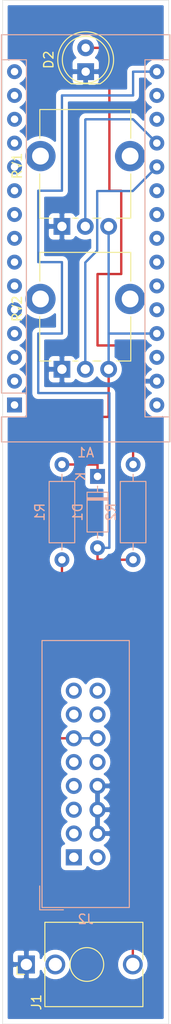
<source format=kicad_pcb>
(kicad_pcb (version 20171130) (host pcbnew "(5.1.2)-2")

  (general
    (thickness 1.6)
    (drawings 4)
    (tracks 49)
    (zones 0)
    (modules 9)
    (nets 43)
  )

  (page A4)
  (layers
    (0 F.Cu signal)
    (31 B.Cu signal)
    (32 B.Adhes user)
    (33 F.Adhes user)
    (34 B.Paste user)
    (35 F.Paste user)
    (36 B.SilkS user)
    (37 F.SilkS user)
    (38 B.Mask user)
    (39 F.Mask user)
    (40 Dwgs.User user)
    (41 Cmts.User user)
    (42 Eco1.User user)
    (43 Eco2.User user)
    (44 Edge.Cuts user)
    (45 Margin user)
    (46 B.CrtYd user)
    (47 F.CrtYd user)
    (48 B.Fab user)
    (49 F.Fab user)
  )

  (setup
    (last_trace_width 0.25)
    (trace_clearance 0.2)
    (zone_clearance 0.508)
    (zone_45_only no)
    (trace_min 0.2)
    (via_size 0.8)
    (via_drill 0.4)
    (via_min_size 0.4)
    (via_min_drill 0.3)
    (uvia_size 0.3)
    (uvia_drill 0.1)
    (uvias_allowed no)
    (uvia_min_size 0.2)
    (uvia_min_drill 0.1)
    (edge_width 0.05)
    (segment_width 0.2)
    (pcb_text_width 0.3)
    (pcb_text_size 1.5 1.5)
    (mod_edge_width 0.12)
    (mod_text_size 1 1)
    (mod_text_width 0.15)
    (pad_size 1.524 1.524)
    (pad_drill 0.762)
    (pad_to_mask_clearance 0.051)
    (solder_mask_min_width 0.25)
    (aux_axis_origin 0 0)
    (visible_elements 7FFFFFFF)
    (pcbplotparams
      (layerselection 0x010f0_ffffffff)
      (usegerberextensions true)
      (usegerberattributes false)
      (usegerberadvancedattributes false)
      (creategerberjobfile false)
      (excludeedgelayer true)
      (linewidth 0.100000)
      (plotframeref false)
      (viasonmask false)
      (mode 1)
      (useauxorigin false)
      (hpglpennumber 1)
      (hpglpenspeed 20)
      (hpglpendiameter 15.000000)
      (psnegative false)
      (psa4output false)
      (plotreference true)
      (plotvalue true)
      (plotinvisibletext false)
      (padsonsilk false)
      (subtractmaskfromsilk false)
      (outputformat 1)
      (mirror false)
      (drillshape 0)
      (scaleselection 1)
      (outputdirectory ""))
  )

  (net 0 "")
  (net 1 "Net-(A1-Pad16)")
  (net 2 "Net-(A1-Pad15)")
  (net 3 "Net-(A1-Pad30)")
  (net 4 "Net-(A1-Pad14)")
  (net 5 GND)
  (net 6 "Net-(A1-Pad13)")
  (net 7 "Net-(A1-Pad28)")
  (net 8 "Net-(A1-Pad12)")
  (net 9 +5V)
  (net 10 "Net-(A1-Pad11)")
  (net 11 "Net-(A1-Pad26)")
  (net 12 "Net-(A1-Pad10)")
  (net 13 "Net-(A1-Pad25)")
  (net 14 "Net-(A1-Pad9)")
  (net 15 "Net-(A1-Pad24)")
  (net 16 "Net-(A1-Pad8)")
  (net 17 "Net-(A1-Pad23)")
  (net 18 "Net-(A1-Pad7)")
  (net 19 "Net-(A1-Pad22)")
  (net 20 "Net-(A1-Pad6)")
  (net 21 "Net-(A1-Pad21)")
  (net 22 "Net-(A1-Pad5)")
  (net 23 "Net-(A1-Pad20)")
  (net 24 "Net-(A1-Pad4)")
  (net 25 "Net-(A1-Pad19)")
  (net 26 "Net-(A1-Pad3)")
  (net 27 "Net-(A1-Pad18)")
  (net 28 "Net-(A1-Pad2)")
  (net 29 "Net-(A1-Pad17)")
  (net 30 "Net-(A1-Pad1)")
  (net 31 "Net-(D1-Pad1)")
  (net 32 "Net-(D2-Pad2)")
  (net 33 "Net-(J1-PadT)")
  (net 34 "Net-(J2-Pad16)")
  (net 35 "Net-(J2-Pad15)")
  (net 36 "Net-(J2-Pad14)")
  (net 37 "Net-(J2-Pad13)")
  (net 38 "Net-(J2-Pad10)")
  (net 39 "Net-(J2-Pad9)")
  (net 40 "Net-(J2-Pad3)")
  (net 41 "Net-(J2-Pad2)")
  (net 42 "Net-(J2-Pad1)")

  (net_class Default "This is the default net class."
    (clearance 0.2)
    (trace_width 0.25)
    (via_dia 0.8)
    (via_drill 0.4)
    (uvia_dia 0.3)
    (uvia_drill 0.1)
    (add_net +5V)
    (add_net GND)
    (add_net "Net-(A1-Pad1)")
    (add_net "Net-(A1-Pad10)")
    (add_net "Net-(A1-Pad11)")
    (add_net "Net-(A1-Pad12)")
    (add_net "Net-(A1-Pad13)")
    (add_net "Net-(A1-Pad14)")
    (add_net "Net-(A1-Pad15)")
    (add_net "Net-(A1-Pad16)")
    (add_net "Net-(A1-Pad17)")
    (add_net "Net-(A1-Pad18)")
    (add_net "Net-(A1-Pad19)")
    (add_net "Net-(A1-Pad2)")
    (add_net "Net-(A1-Pad20)")
    (add_net "Net-(A1-Pad21)")
    (add_net "Net-(A1-Pad22)")
    (add_net "Net-(A1-Pad23)")
    (add_net "Net-(A1-Pad24)")
    (add_net "Net-(A1-Pad25)")
    (add_net "Net-(A1-Pad26)")
    (add_net "Net-(A1-Pad28)")
    (add_net "Net-(A1-Pad3)")
    (add_net "Net-(A1-Pad30)")
    (add_net "Net-(A1-Pad4)")
    (add_net "Net-(A1-Pad5)")
    (add_net "Net-(A1-Pad6)")
    (add_net "Net-(A1-Pad7)")
    (add_net "Net-(A1-Pad8)")
    (add_net "Net-(A1-Pad9)")
    (add_net "Net-(D1-Pad1)")
    (add_net "Net-(D2-Pad2)")
    (add_net "Net-(J1-PadT)")
    (add_net "Net-(J2-Pad1)")
    (add_net "Net-(J2-Pad10)")
    (add_net "Net-(J2-Pad13)")
    (add_net "Net-(J2-Pad14)")
    (add_net "Net-(J2-Pad15)")
    (add_net "Net-(J2-Pad16)")
    (add_net "Net-(J2-Pad2)")
    (add_net "Net-(J2-Pad3)")
    (add_net "Net-(J2-Pad9)")
  )

  (module Connector_IDC:IDC-Header_2x08_P2.54mm_Vertical (layer B.Cu) (tedit 59DE0341) (tstamp 5D1F7094)
    (at 45.72 116.84)
    (descr "Through hole straight IDC box header, 2x08, 2.54mm pitch, double rows")
    (tags "Through hole IDC box header THT 2x08 2.54mm double row")
    (path /5D1F4B63)
    (fp_text reference J2 (at 1.27 6.604) (layer B.SilkS)
      (effects (font (size 1 1) (thickness 0.15)) (justify mirror))
    )
    (fp_text value Conn_02x08_Odd_Even (at 1.27 -24.384) (layer B.Fab)
      (effects (font (size 1 1) (thickness 0.15)) (justify mirror))
    )
    (fp_line (start -3.655 5.6) (end -1.115 5.6) (layer B.SilkS) (width 0.12))
    (fp_line (start -3.655 5.6) (end -3.655 3.06) (layer B.SilkS) (width 0.12))
    (fp_line (start -3.405 5.35) (end 5.945 5.35) (layer B.SilkS) (width 0.12))
    (fp_line (start -3.405 -23.13) (end -3.405 5.35) (layer B.SilkS) (width 0.12))
    (fp_line (start 5.945 -23.13) (end -3.405 -23.13) (layer B.SilkS) (width 0.12))
    (fp_line (start 5.945 5.35) (end 5.945 -23.13) (layer B.SilkS) (width 0.12))
    (fp_line (start -3.41 5.35) (end 5.95 5.35) (layer B.CrtYd) (width 0.05))
    (fp_line (start -3.41 -23.13) (end -3.41 5.35) (layer B.CrtYd) (width 0.05))
    (fp_line (start 5.95 -23.13) (end -3.41 -23.13) (layer B.CrtYd) (width 0.05))
    (fp_line (start 5.95 5.35) (end 5.95 -23.13) (layer B.CrtYd) (width 0.05))
    (fp_line (start -3.155 -22.88) (end -2.605 -22.32) (layer B.Fab) (width 0.1))
    (fp_line (start -3.155 5.1) (end -2.605 4.56) (layer B.Fab) (width 0.1))
    (fp_line (start 5.695 -22.88) (end 5.145 -22.32) (layer B.Fab) (width 0.1))
    (fp_line (start 5.695 5.1) (end 5.145 4.56) (layer B.Fab) (width 0.1))
    (fp_line (start 5.145 -22.32) (end -2.605 -22.32) (layer B.Fab) (width 0.1))
    (fp_line (start 5.695 -22.88) (end -3.155 -22.88) (layer B.Fab) (width 0.1))
    (fp_line (start 5.145 4.56) (end -2.605 4.56) (layer B.Fab) (width 0.1))
    (fp_line (start 5.695 5.1) (end -3.155 5.1) (layer B.Fab) (width 0.1))
    (fp_line (start -2.605 -11.14) (end -3.155 -11.14) (layer B.Fab) (width 0.1))
    (fp_line (start -2.605 -6.64) (end -3.155 -6.64) (layer B.Fab) (width 0.1))
    (fp_line (start -2.605 -11.14) (end -2.605 -22.32) (layer B.Fab) (width 0.1))
    (fp_line (start -2.605 4.56) (end -2.605 -6.64) (layer B.Fab) (width 0.1))
    (fp_line (start -3.155 5.1) (end -3.155 -22.88) (layer B.Fab) (width 0.1))
    (fp_line (start 5.145 4.56) (end 5.145 -22.32) (layer B.Fab) (width 0.1))
    (fp_line (start 5.695 5.1) (end 5.695 -22.88) (layer B.Fab) (width 0.1))
    (fp_text user %R (at 1.27 -8.89) (layer B.Fab)
      (effects (font (size 1 1) (thickness 0.15)) (justify mirror))
    )
    (pad 16 thru_hole oval (at 2.54 -17.78) (size 1.7272 1.7272) (drill 1.016) (layers *.Cu *.Mask)
      (net 34 "Net-(J2-Pad16)"))
    (pad 15 thru_hole oval (at 0 -17.78) (size 1.7272 1.7272) (drill 1.016) (layers *.Cu *.Mask)
      (net 35 "Net-(J2-Pad15)"))
    (pad 14 thru_hole oval (at 2.54 -15.24) (size 1.7272 1.7272) (drill 1.016) (layers *.Cu *.Mask)
      (net 36 "Net-(J2-Pad14)"))
    (pad 13 thru_hole oval (at 0 -15.24) (size 1.7272 1.7272) (drill 1.016) (layers *.Cu *.Mask)
      (net 37 "Net-(J2-Pad13)"))
    (pad 12 thru_hole oval (at 2.54 -12.7) (size 1.7272 1.7272) (drill 1.016) (layers *.Cu *.Mask)
      (net 9 +5V))
    (pad 11 thru_hole oval (at 0 -12.7) (size 1.7272 1.7272) (drill 1.016) (layers *.Cu *.Mask)
      (net 9 +5V))
    (pad 10 thru_hole oval (at 2.54 -10.16) (size 1.7272 1.7272) (drill 1.016) (layers *.Cu *.Mask)
      (net 38 "Net-(J2-Pad10)"))
    (pad 9 thru_hole oval (at 0 -10.16) (size 1.7272 1.7272) (drill 1.016) (layers *.Cu *.Mask)
      (net 39 "Net-(J2-Pad9)"))
    (pad 8 thru_hole oval (at 2.54 -7.62) (size 1.7272 1.7272) (drill 1.016) (layers *.Cu *.Mask)
      (net 5 GND))
    (pad 7 thru_hole oval (at 0 -7.62) (size 1.7272 1.7272) (drill 1.016) (layers *.Cu *.Mask)
      (net 40 "Net-(J2-Pad3)"))
    (pad 6 thru_hole oval (at 2.54 -5.08) (size 1.7272 1.7272) (drill 1.016) (layers *.Cu *.Mask)
      (net 5 GND))
    (pad 5 thru_hole oval (at 0 -5.08) (size 1.7272 1.7272) (drill 1.016) (layers *.Cu *.Mask)
      (net 40 "Net-(J2-Pad3)"))
    (pad 4 thru_hole oval (at 2.54 -2.54) (size 1.7272 1.7272) (drill 1.016) (layers *.Cu *.Mask)
      (net 5 GND))
    (pad 3 thru_hole oval (at 0 -2.54) (size 1.7272 1.7272) (drill 1.016) (layers *.Cu *.Mask)
      (net 40 "Net-(J2-Pad3)"))
    (pad 2 thru_hole oval (at 2.54 0) (size 1.7272 1.7272) (drill 1.016) (layers *.Cu *.Mask)
      (net 41 "Net-(J2-Pad2)"))
    (pad 1 thru_hole rect (at 0 0) (size 1.7272 1.7272) (drill 1.016) (layers *.Cu *.Mask)
      (net 42 "Net-(J2-Pad1)"))
    (model ${KISYS3DMOD}/Connector_IDC.3dshapes/IDC-Header_2x08_P2.54mm_Vertical.wrl
      (at (xyz 0 0 0))
      (scale (xyz 1 1 1))
      (rotate (xyz 0 0 0))
    )
  )

  (module Potentiometer_THT:Potentiometer_Alpha_RD901F-40-00D_Single_Vertical_CircularHoles (layer F.Cu) (tedit 5C6C6C48) (tstamp 5D1F4AC6)
    (at 44.45 64.77 90)
    (descr "Potentiometer, vertical, 9mm, single, http://www.taiwanalpha.com.tw/downloads?target=products&id=113")
    (tags "potentiometer vertical 9mm single")
    (path /5D514F80)
    (fp_text reference RV2 (at 6.45 -4.8 270) (layer F.SilkS)
      (effects (font (size 1 1) (thickness 0.15)))
    )
    (fp_text value "100k Lin" (at 0 10.11 270) (layer F.Fab)
      (effects (font (size 1 1) (thickness 0.15)))
    )
    (fp_line (start 0.88 4.16) (end 0.88 3.33) (layer F.SilkS) (width 0.12))
    (fp_line (start 0.88 1.71) (end 0.88 1.18) (layer F.SilkS) (width 0.12))
    (fp_line (start 0.88 -1.19) (end 0.88 -2.37) (layer F.SilkS) (width 0.12))
    (fp_line (start 0.88 7.37) (end 5.6 7.37) (layer F.SilkS) (width 0.12))
    (fp_line (start 9.41 -2.37) (end 12.47 -2.37) (layer F.SilkS) (width 0.12))
    (fp_line (start 1 7.25) (end 12.35 7.25) (layer F.Fab) (width 0.1))
    (fp_line (start 1 -2.25) (end 12.35 -2.25) (layer F.Fab) (width 0.1))
    (fp_line (start 12.35 7.25) (end 12.35 -2.25) (layer F.Fab) (width 0.1))
    (fp_line (start 1 7.25) (end 1 -2.25) (layer F.Fab) (width 0.1))
    (fp_circle (center 7.5 2.5) (end 7.5 -1) (layer F.Fab) (width 0.1))
    (fp_line (start 0.88 -2.38) (end 5.6 -2.38) (layer F.SilkS) (width 0.12))
    (fp_line (start 9.41 7.37) (end 12.47 7.37) (layer F.SilkS) (width 0.12))
    (fp_line (start 0.88 7.37) (end 0.88 5.88) (layer F.SilkS) (width 0.12))
    (fp_line (start 12.47 7.37) (end 12.47 -2.37) (layer F.SilkS) (width 0.12))
    (fp_line (start 12.6 9.17) (end 12.6 -4.17) (layer F.CrtYd) (width 0.05))
    (fp_line (start 12.6 -4.17) (end -1.15 -4.17) (layer F.CrtYd) (width 0.05))
    (fp_line (start -1.15 -4.17) (end -1.15 9.17) (layer F.CrtYd) (width 0.05))
    (fp_line (start -1.15 9.17) (end 12.6 9.17) (layer F.CrtYd) (width 0.05))
    (fp_text user %R (at 7.62 2.54 90) (layer F.Fab)
      (effects (font (size 1 1) (thickness 0.15)))
    )
    (pad "" thru_hole circle (at 7.5 -2.3 180) (size 3.24 3.24) (drill 1.8) (layers *.Cu *.Mask))
    (pad "" thru_hole circle (at 7.5 7.3 180) (size 3.24 3.24) (drill 1.8) (layers *.Cu *.Mask))
    (pad 3 thru_hole circle (at 0 5 180) (size 1.8 1.8) (drill 1) (layers *.Cu *.Mask)
      (net 9 +5V))
    (pad 2 thru_hole circle (at 0 2.5 180) (size 1.8 1.8) (drill 1) (layers *.Cu *.Mask)
      (net 23 "Net-(A1-Pad20)"))
    (pad 1 thru_hole rect (at 0 0 180) (size 1.8 1.8) (drill 1) (layers *.Cu *.Mask)
      (net 5 GND))
    (model ${KISYS3DMOD}/Potentiometer_THT.3dshapes/Potentiometer_Alpha_RD901F-40-00D_Single_Vertical.wrl
      (at (xyz 0 0 0))
      (scale (xyz 1 1 1))
      (rotate (xyz 0 0 0))
    )
  )

  (module Potentiometer_THT:Potentiometer_Alpha_RD901F-40-00D_Single_Vertical_CircularHoles (layer F.Cu) (tedit 5C6C6C48) (tstamp 5D1F4AAA)
    (at 44.45 49.53 90)
    (descr "Potentiometer, vertical, 9mm, single, http://www.taiwanalpha.com.tw/downloads?target=products&id=113")
    (tags "potentiometer vertical 9mm single")
    (path /5D51433E)
    (fp_text reference RV1 (at 6.45 -4.8 270) (layer F.SilkS)
      (effects (font (size 1 1) (thickness 0.15)))
    )
    (fp_text value "100k Lin" (at 0 10.11 270) (layer F.Fab)
      (effects (font (size 1 1) (thickness 0.15)))
    )
    (fp_line (start 0.88 4.16) (end 0.88 3.33) (layer F.SilkS) (width 0.12))
    (fp_line (start 0.88 1.71) (end 0.88 1.18) (layer F.SilkS) (width 0.12))
    (fp_line (start 0.88 -1.19) (end 0.88 -2.37) (layer F.SilkS) (width 0.12))
    (fp_line (start 0.88 7.37) (end 5.6 7.37) (layer F.SilkS) (width 0.12))
    (fp_line (start 9.41 -2.37) (end 12.47 -2.37) (layer F.SilkS) (width 0.12))
    (fp_line (start 1 7.25) (end 12.35 7.25) (layer F.Fab) (width 0.1))
    (fp_line (start 1 -2.25) (end 12.35 -2.25) (layer F.Fab) (width 0.1))
    (fp_line (start 12.35 7.25) (end 12.35 -2.25) (layer F.Fab) (width 0.1))
    (fp_line (start 1 7.25) (end 1 -2.25) (layer F.Fab) (width 0.1))
    (fp_circle (center 7.5 2.5) (end 7.5 -1) (layer F.Fab) (width 0.1))
    (fp_line (start 0.88 -2.38) (end 5.6 -2.38) (layer F.SilkS) (width 0.12))
    (fp_line (start 9.41 7.37) (end 12.47 7.37) (layer F.SilkS) (width 0.12))
    (fp_line (start 0.88 7.37) (end 0.88 5.88) (layer F.SilkS) (width 0.12))
    (fp_line (start 12.47 7.37) (end 12.47 -2.37) (layer F.SilkS) (width 0.12))
    (fp_line (start 12.6 9.17) (end 12.6 -4.17) (layer F.CrtYd) (width 0.05))
    (fp_line (start 12.6 -4.17) (end -1.15 -4.17) (layer F.CrtYd) (width 0.05))
    (fp_line (start -1.15 -4.17) (end -1.15 9.17) (layer F.CrtYd) (width 0.05))
    (fp_line (start -1.15 9.17) (end 12.6 9.17) (layer F.CrtYd) (width 0.05))
    (fp_text user %R (at 7.62 2.54 90) (layer F.Fab)
      (effects (font (size 1 1) (thickness 0.15)))
    )
    (pad "" thru_hole circle (at 7.5 -2.3 180) (size 3.24 3.24) (drill 1.8) (layers *.Cu *.Mask))
    (pad "" thru_hole circle (at 7.5 7.3 180) (size 3.24 3.24) (drill 1.8) (layers *.Cu *.Mask))
    (pad 3 thru_hole circle (at 0 5 180) (size 1.8 1.8) (drill 1) (layers *.Cu *.Mask)
      (net 9 +5V))
    (pad 2 thru_hole circle (at 0 2.5 180) (size 1.8 1.8) (drill 1) (layers *.Cu *.Mask)
      (net 25 "Net-(A1-Pad19)"))
    (pad 1 thru_hole rect (at 0 0 180) (size 1.8 1.8) (drill 1) (layers *.Cu *.Mask)
      (net 5 GND))
    (model ${KISYS3DMOD}/Potentiometer_THT.3dshapes/Potentiometer_Alpha_RD901F-40-00D_Single_Vertical.wrl
      (at (xyz 0 0 0))
      (scale (xyz 1 1 1))
      (rotate (xyz 0 0 0))
    )
  )

  (module Resistor_THT:R_Axial_DIN0207_L6.3mm_D2.5mm_P10.16mm_Horizontal (layer B.Cu) (tedit 5AE5139B) (tstamp 5D1F4A8E)
    (at 52.07 74.93 270)
    (descr "Resistor, Axial_DIN0207 series, Axial, Horizontal, pin pitch=10.16mm, 0.25W = 1/4W, length*diameter=6.3*2.5mm^2, http://cdn-reichelt.de/documents/datenblatt/B400/1_4W%23YAG.pdf")
    (tags "Resistor Axial_DIN0207 series Axial Horizontal pin pitch 10.16mm 0.25W = 1/4W length 6.3mm diameter 2.5mm")
    (path /5D50F299)
    (fp_text reference R2 (at 5.08 2.37 270) (layer B.SilkS)
      (effects (font (size 1 1) (thickness 0.15)) (justify mirror))
    )
    (fp_text value 1k (at 5.08 -2.37 270) (layer B.Fab)
      (effects (font (size 1 1) (thickness 0.15)) (justify mirror))
    )
    (fp_text user %R (at 5.08 0 270) (layer B.Fab)
      (effects (font (size 1 1) (thickness 0.15)) (justify mirror))
    )
    (fp_line (start 11.21 1.5) (end -1.05 1.5) (layer B.CrtYd) (width 0.05))
    (fp_line (start 11.21 -1.5) (end 11.21 1.5) (layer B.CrtYd) (width 0.05))
    (fp_line (start -1.05 -1.5) (end 11.21 -1.5) (layer B.CrtYd) (width 0.05))
    (fp_line (start -1.05 1.5) (end -1.05 -1.5) (layer B.CrtYd) (width 0.05))
    (fp_line (start 9.12 0) (end 8.35 0) (layer B.SilkS) (width 0.12))
    (fp_line (start 1.04 0) (end 1.81 0) (layer B.SilkS) (width 0.12))
    (fp_line (start 8.35 1.37) (end 1.81 1.37) (layer B.SilkS) (width 0.12))
    (fp_line (start 8.35 -1.37) (end 8.35 1.37) (layer B.SilkS) (width 0.12))
    (fp_line (start 1.81 -1.37) (end 8.35 -1.37) (layer B.SilkS) (width 0.12))
    (fp_line (start 1.81 1.37) (end 1.81 -1.37) (layer B.SilkS) (width 0.12))
    (fp_line (start 10.16 0) (end 8.23 0) (layer B.Fab) (width 0.1))
    (fp_line (start 0 0) (end 1.93 0) (layer B.Fab) (width 0.1))
    (fp_line (start 8.23 1.25) (end 1.93 1.25) (layer B.Fab) (width 0.1))
    (fp_line (start 8.23 -1.25) (end 8.23 1.25) (layer B.Fab) (width 0.1))
    (fp_line (start 1.93 -1.25) (end 8.23 -1.25) (layer B.Fab) (width 0.1))
    (fp_line (start 1.93 1.25) (end 1.93 -1.25) (layer B.Fab) (width 0.1))
    (pad 2 thru_hole oval (at 10.16 0 270) (size 1.6 1.6) (drill 0.8) (layers *.Cu *.Mask)
      (net 1 "Net-(A1-Pad16)"))
    (pad 1 thru_hole circle (at 0 0 270) (size 1.6 1.6) (drill 0.8) (layers *.Cu *.Mask)
      (net 32 "Net-(D2-Pad2)"))
    (model ${KISYS3DMOD}/Resistor_THT.3dshapes/R_Axial_DIN0207_L6.3mm_D2.5mm_P10.16mm_Horizontal.wrl
      (at (xyz 0 0 0))
      (scale (xyz 1 1 1))
      (rotate (xyz 0 0 0))
    )
  )

  (module Resistor_THT:R_Axial_DIN0207_L6.3mm_D2.5mm_P10.16mm_Horizontal (layer B.Cu) (tedit 5AE5139B) (tstamp 5D1F4A77)
    (at 44.45 74.93 270)
    (descr "Resistor, Axial_DIN0207 series, Axial, Horizontal, pin pitch=10.16mm, 0.25W = 1/4W, length*diameter=6.3*2.5mm^2, http://cdn-reichelt.de/documents/datenblatt/B400/1_4W%23YAG.pdf")
    (tags "Resistor Axial_DIN0207 series Axial Horizontal pin pitch 10.16mm 0.25W = 1/4W length 6.3mm diameter 2.5mm")
    (path /5D50EF55)
    (fp_text reference R1 (at 5.08 2.37 270) (layer B.SilkS)
      (effects (font (size 1 1) (thickness 0.15)) (justify mirror))
    )
    (fp_text value 1k (at 5.08 -2.37 270) (layer B.Fab)
      (effects (font (size 1 1) (thickness 0.15)) (justify mirror))
    )
    (fp_text user %R (at 5.08 0 270) (layer B.Fab)
      (effects (font (size 1 1) (thickness 0.15)) (justify mirror))
    )
    (fp_line (start 11.21 1.5) (end -1.05 1.5) (layer B.CrtYd) (width 0.05))
    (fp_line (start 11.21 -1.5) (end 11.21 1.5) (layer B.CrtYd) (width 0.05))
    (fp_line (start -1.05 -1.5) (end 11.21 -1.5) (layer B.CrtYd) (width 0.05))
    (fp_line (start -1.05 1.5) (end -1.05 -1.5) (layer B.CrtYd) (width 0.05))
    (fp_line (start 9.12 0) (end 8.35 0) (layer B.SilkS) (width 0.12))
    (fp_line (start 1.04 0) (end 1.81 0) (layer B.SilkS) (width 0.12))
    (fp_line (start 8.35 1.37) (end 1.81 1.37) (layer B.SilkS) (width 0.12))
    (fp_line (start 8.35 -1.37) (end 8.35 1.37) (layer B.SilkS) (width 0.12))
    (fp_line (start 1.81 -1.37) (end 8.35 -1.37) (layer B.SilkS) (width 0.12))
    (fp_line (start 1.81 1.37) (end 1.81 -1.37) (layer B.SilkS) (width 0.12))
    (fp_line (start 10.16 0) (end 8.23 0) (layer B.Fab) (width 0.1))
    (fp_line (start 0 0) (end 1.93 0) (layer B.Fab) (width 0.1))
    (fp_line (start 8.23 1.25) (end 1.93 1.25) (layer B.Fab) (width 0.1))
    (fp_line (start 8.23 -1.25) (end 8.23 1.25) (layer B.Fab) (width 0.1))
    (fp_line (start 1.93 -1.25) (end 8.23 -1.25) (layer B.Fab) (width 0.1))
    (fp_line (start 1.93 1.25) (end 1.93 -1.25) (layer B.Fab) (width 0.1))
    (pad 2 thru_hole oval (at 10.16 0 270) (size 1.6 1.6) (drill 0.8) (layers *.Cu *.Mask)
      (net 33 "Net-(J1-PadT)"))
    (pad 1 thru_hole circle (at 0 0 270) (size 1.6 1.6) (drill 0.8) (layers *.Cu *.Mask)
      (net 31 "Net-(D1-Pad1)"))
    (model ${KISYS3DMOD}/Resistor_THT.3dshapes/R_Axial_DIN0207_L6.3mm_D2.5mm_P10.16mm_Horizontal.wrl
      (at (xyz 0 0 0))
      (scale (xyz 1 1 1))
      (rotate (xyz 0 0 0))
    )
  )

  (module Connector_Audio:Jack_3.5mm_QingPu_WQP-PJ398SM_Vertical_CircularHoles (layer F.Cu) (tedit 5C2B6BB2) (tstamp 5D1F4A60)
    (at 40.64 128.27 90)
    (descr "TRS 3.5mm, vertical, Thonkiconn, PCB mount, (http://www.qingpu-electronics.com/en/products/WQP-PJ398SM-362.html)")
    (tags "WQP-PJ398SM WQP-PJ301M-12 TRS 3.5mm mono vertical jack thonkiconn qingpu")
    (path /5D50D5EB)
    (fp_text reference J1 (at -4.03 1.08 270) (layer F.SilkS)
      (effects (font (size 1 1) (thickness 0.15)))
    )
    (fp_text value Clock (at 0 5 270) (layer F.Fab)
      (effects (font (size 1 1) (thickness 0.15)))
    )
    (fp_line (start 0 0) (end 0 2.03) (layer F.Fab) (width 0.1))
    (fp_circle (center 0 6.48) (end 1.8 6.48) (layer F.Fab) (width 0.1))
    (fp_line (start 4.5 2.03) (end -4.5 2.03) (layer F.Fab) (width 0.1))
    (fp_line (start 5 -1.42) (end -5 -1.42) (layer F.CrtYd) (width 0.05))
    (fp_line (start 5 12.98) (end -5 12.98) (layer F.CrtYd) (width 0.05))
    (fp_line (start 5 12.98) (end 5 -1.42) (layer F.CrtYd) (width 0.05))
    (fp_line (start 4.5 12.48) (end -4.5 12.48) (layer F.Fab) (width 0.1))
    (fp_line (start 4.5 12.48) (end 4.5 2.08) (layer F.Fab) (width 0.1))
    (fp_line (start -1.06 -1) (end -0.2 -1) (layer F.SilkS) (width 0.12))
    (fp_line (start -1.06 -1) (end -1.06 -0.2) (layer F.SilkS) (width 0.12))
    (fp_circle (center 0 6.48) (end 1.8 6.48) (layer F.SilkS) (width 0.12))
    (fp_line (start -0.35 1.98) (end -4.5 1.98) (layer F.SilkS) (width 0.12))
    (fp_line (start 4.5 1.98) (end 0.35 1.98) (layer F.SilkS) (width 0.12))
    (fp_line (start -0.5 12.48) (end -4.5 12.48) (layer F.SilkS) (width 0.12))
    (fp_line (start 4.5 12.48) (end 0.5 12.48) (layer F.SilkS) (width 0.12))
    (fp_line (start -1.41 6.02) (end -0.46 5.07) (layer Dwgs.User) (width 0.12))
    (fp_line (start -1.42 6.875) (end 0.4 5.06) (layer Dwgs.User) (width 0.12))
    (fp_line (start -1.07 7.49) (end 1.01 5.41) (layer Dwgs.User) (width 0.12))
    (fp_line (start -0.58 7.83) (end 1.36 5.89) (layer Dwgs.User) (width 0.12))
    (fp_line (start 0.09 7.96) (end 1.48 6.57) (layer Dwgs.User) (width 0.12))
    (fp_circle (center 0 6.48) (end 1.5 6.48) (layer Dwgs.User) (width 0.12))
    (fp_line (start 4.5 1.98) (end 4.5 12.48) (layer F.SilkS) (width 0.12))
    (fp_line (start -4.5 1.98) (end -4.5 12.48) (layer F.SilkS) (width 0.12))
    (fp_text user %R (at 0 8 270) (layer F.Fab)
      (effects (font (size 1 1) (thickness 0.15)))
    )
    (fp_line (start -4.5 12.48) (end -4.5 2.08) (layer F.Fab) (width 0.1))
    (fp_line (start -5 12.98) (end -5 -1.42) (layer F.CrtYd) (width 0.05))
    (fp_text user KEEPOUT (at 0 6.48 90) (layer Cmts.User)
      (effects (font (size 0.4 0.4) (thickness 0.051)))
    )
    (pad T thru_hole circle (at 0 11.4 270) (size 2.13 2.13) (drill 1.43) (layers *.Cu *.Mask)
      (net 33 "Net-(J1-PadT)"))
    (pad S thru_hole rect (at 0 0 270) (size 1.93 1.83) (drill 1.22) (layers *.Cu *.Mask)
      (net 5 GND))
    (pad TN thru_hole circle (at 0 3.1 270) (size 2.13 2.13) (drill 1.42) (layers *.Cu *.Mask))
    (model ${KISYS3DMOD}/Connector_Audio.3dshapes/Jack_3.5mm_QingPu_WQP-PJ398SM_Vertical.wrl
      (at (xyz 0 0 0))
      (scale (xyz 1 1 1))
      (rotate (xyz 0 0 0))
    )
  )

  (module LED_THT:LED_D5.0mm (layer F.Cu) (tedit 5995936A) (tstamp 5D1F4A3E)
    (at 46.99 33.02 90)
    (descr "LED, diameter 5.0mm, 2 pins, http://cdn-reichelt.de/documents/datenblatt/A500/LL-504BC2E-009.pdf")
    (tags "LED diameter 5.0mm 2 pins")
    (path /5D1B9C14)
    (fp_text reference D2 (at 1.27 -3.96 90) (layer F.SilkS)
      (effects (font (size 1 1) (thickness 0.15)))
    )
    (fp_text value LED (at 1.27 3.96 90) (layer F.Fab)
      (effects (font (size 1 1) (thickness 0.15)))
    )
    (fp_text user %R (at 1.25 0 90) (layer F.Fab)
      (effects (font (size 0.8 0.8) (thickness 0.2)))
    )
    (fp_line (start 4.5 -3.25) (end -1.95 -3.25) (layer F.CrtYd) (width 0.05))
    (fp_line (start 4.5 3.25) (end 4.5 -3.25) (layer F.CrtYd) (width 0.05))
    (fp_line (start -1.95 3.25) (end 4.5 3.25) (layer F.CrtYd) (width 0.05))
    (fp_line (start -1.95 -3.25) (end -1.95 3.25) (layer F.CrtYd) (width 0.05))
    (fp_line (start -1.29 -1.545) (end -1.29 1.545) (layer F.SilkS) (width 0.12))
    (fp_line (start -1.23 -1.469694) (end -1.23 1.469694) (layer F.Fab) (width 0.1))
    (fp_circle (center 1.27 0) (end 3.77 0) (layer F.SilkS) (width 0.12))
    (fp_circle (center 1.27 0) (end 3.77 0) (layer F.Fab) (width 0.1))
    (fp_arc (start 1.27 0) (end -1.29 1.54483) (angle -148.9) (layer F.SilkS) (width 0.12))
    (fp_arc (start 1.27 0) (end -1.29 -1.54483) (angle 148.9) (layer F.SilkS) (width 0.12))
    (fp_arc (start 1.27 0) (end -1.23 -1.469694) (angle 299.1) (layer F.Fab) (width 0.1))
    (pad 2 thru_hole circle (at 2.54 0 90) (size 1.8 1.8) (drill 0.9) (layers *.Cu *.Mask)
      (net 32 "Net-(D2-Pad2)"))
    (pad 1 thru_hole rect (at 0 0 90) (size 1.8 1.8) (drill 0.9) (layers *.Cu *.Mask)
      (net 5 GND))
    (model ${KISYS3DMOD}/LED_THT.3dshapes/LED_D5.0mm.wrl
      (at (xyz 0 0 0))
      (scale (xyz 1 1 1))
      (rotate (xyz 0 0 0))
    )
  )

  (module Diode_THT:D_DO-35_SOD27_P7.62mm_Horizontal (layer B.Cu) (tedit 5AE50CD5) (tstamp 5D1F4A2C)
    (at 48.26 76.2 270)
    (descr "Diode, DO-35_SOD27 series, Axial, Horizontal, pin pitch=7.62mm, , length*diameter=4*2mm^2, , http://www.diodes.com/_files/packages/DO-35.pdf")
    (tags "Diode DO-35_SOD27 series Axial Horizontal pin pitch 7.62mm  length 4mm diameter 2mm")
    (path /5D50DC6F)
    (fp_text reference D1 (at 3.81 2.12 270) (layer B.SilkS)
      (effects (font (size 1 1) (thickness 0.15)) (justify mirror))
    )
    (fp_text value 1N4148 (at 3.81 -2.12 270) (layer B.Fab)
      (effects (font (size 1 1) (thickness 0.15)) (justify mirror))
    )
    (fp_text user K (at 0 1.8 270) (layer B.SilkS)
      (effects (font (size 1 1) (thickness 0.15)) (justify mirror))
    )
    (fp_text user K (at 0 1.8 270) (layer B.Fab)
      (effects (font (size 1 1) (thickness 0.15)) (justify mirror))
    )
    (fp_text user %R (at 4.11 0 270) (layer B.Fab)
      (effects (font (size 0.8 0.8) (thickness 0.12)) (justify mirror))
    )
    (fp_line (start 8.67 1.25) (end -1.05 1.25) (layer B.CrtYd) (width 0.05))
    (fp_line (start 8.67 -1.25) (end 8.67 1.25) (layer B.CrtYd) (width 0.05))
    (fp_line (start -1.05 -1.25) (end 8.67 -1.25) (layer B.CrtYd) (width 0.05))
    (fp_line (start -1.05 1.25) (end -1.05 -1.25) (layer B.CrtYd) (width 0.05))
    (fp_line (start 2.29 1.12) (end 2.29 -1.12) (layer B.SilkS) (width 0.12))
    (fp_line (start 2.53 1.12) (end 2.53 -1.12) (layer B.SilkS) (width 0.12))
    (fp_line (start 2.41 1.12) (end 2.41 -1.12) (layer B.SilkS) (width 0.12))
    (fp_line (start 6.58 0) (end 5.93 0) (layer B.SilkS) (width 0.12))
    (fp_line (start 1.04 0) (end 1.69 0) (layer B.SilkS) (width 0.12))
    (fp_line (start 5.93 1.12) (end 1.69 1.12) (layer B.SilkS) (width 0.12))
    (fp_line (start 5.93 -1.12) (end 5.93 1.12) (layer B.SilkS) (width 0.12))
    (fp_line (start 1.69 -1.12) (end 5.93 -1.12) (layer B.SilkS) (width 0.12))
    (fp_line (start 1.69 1.12) (end 1.69 -1.12) (layer B.SilkS) (width 0.12))
    (fp_line (start 2.31 1) (end 2.31 -1) (layer B.Fab) (width 0.1))
    (fp_line (start 2.51 1) (end 2.51 -1) (layer B.Fab) (width 0.1))
    (fp_line (start 2.41 1) (end 2.41 -1) (layer B.Fab) (width 0.1))
    (fp_line (start 7.62 0) (end 5.81 0) (layer B.Fab) (width 0.1))
    (fp_line (start 0 0) (end 1.81 0) (layer B.Fab) (width 0.1))
    (fp_line (start 5.81 1) (end 1.81 1) (layer B.Fab) (width 0.1))
    (fp_line (start 5.81 -1) (end 5.81 1) (layer B.Fab) (width 0.1))
    (fp_line (start 1.81 -1) (end 5.81 -1) (layer B.Fab) (width 0.1))
    (fp_line (start 1.81 1) (end 1.81 -1) (layer B.Fab) (width 0.1))
    (pad 2 thru_hole oval (at 7.62 0 270) (size 1.6 1.6) (drill 0.8) (layers *.Cu *.Mask)
      (net 1 "Net-(A1-Pad16)"))
    (pad 1 thru_hole rect (at 0 0 270) (size 1.6 1.6) (drill 0.8) (layers *.Cu *.Mask)
      (net 31 "Net-(D1-Pad1)"))
    (model ${KISYS3DMOD}/Diode_THT.3dshapes/D_DO-35_SOD27_P7.62mm_Horizontal.wrl
      (at (xyz 0 0 0))
      (scale (xyz 1 1 1))
      (rotate (xyz 0 0 0))
    )
  )

  (module Module:Arduino_Nano (layer B.Cu) (tedit 58ACAF70) (tstamp 5D1F4A0D)
    (at 39.37 68.58)
    (descr "Arduino Nano, http://www.mouser.com/pdfdocs/Gravitech_Arduino_Nano3_0.pdf")
    (tags "Arduino Nano")
    (path /5D50C0FB)
    (fp_text reference A1 (at 7.62 5.08) (layer B.SilkS)
      (effects (font (size 1 1) (thickness 0.15)) (justify mirror))
    )
    (fp_text value Arduino_Nano_v3.x (at 8.89 -19.05 -90) (layer B.Fab)
      (effects (font (size 1 1) (thickness 0.15)) (justify mirror))
    )
    (fp_line (start 16.75 -42.16) (end -1.53 -42.16) (layer B.CrtYd) (width 0.05))
    (fp_line (start 16.75 -42.16) (end 16.75 4.06) (layer B.CrtYd) (width 0.05))
    (fp_line (start -1.53 4.06) (end -1.53 -42.16) (layer B.CrtYd) (width 0.05))
    (fp_line (start -1.53 4.06) (end 16.75 4.06) (layer B.CrtYd) (width 0.05))
    (fp_line (start 16.51 3.81) (end 16.51 -39.37) (layer B.Fab) (width 0.1))
    (fp_line (start 0 3.81) (end 16.51 3.81) (layer B.Fab) (width 0.1))
    (fp_line (start -1.27 2.54) (end 0 3.81) (layer B.Fab) (width 0.1))
    (fp_line (start -1.27 -39.37) (end -1.27 2.54) (layer B.Fab) (width 0.1))
    (fp_line (start 16.51 -39.37) (end -1.27 -39.37) (layer B.Fab) (width 0.1))
    (fp_line (start 16.64 3.94) (end -1.4 3.94) (layer B.SilkS) (width 0.12))
    (fp_line (start 16.64 -39.5) (end 16.64 3.94) (layer B.SilkS) (width 0.12))
    (fp_line (start -1.4 -39.5) (end 16.64 -39.5) (layer B.SilkS) (width 0.12))
    (fp_line (start 3.81 -41.91) (end 3.81 -31.75) (layer B.Fab) (width 0.1))
    (fp_line (start 11.43 -41.91) (end 3.81 -41.91) (layer B.Fab) (width 0.1))
    (fp_line (start 11.43 -31.75) (end 11.43 -41.91) (layer B.Fab) (width 0.1))
    (fp_line (start 3.81 -31.75) (end 11.43 -31.75) (layer B.Fab) (width 0.1))
    (fp_line (start 1.27 -36.83) (end -1.4 -36.83) (layer B.SilkS) (width 0.12))
    (fp_line (start 1.27 -1.27) (end 1.27 -36.83) (layer B.SilkS) (width 0.12))
    (fp_line (start 1.27 -1.27) (end -1.4 -1.27) (layer B.SilkS) (width 0.12))
    (fp_line (start 13.97 -36.83) (end 16.64 -36.83) (layer B.SilkS) (width 0.12))
    (fp_line (start 13.97 1.27) (end 13.97 -36.83) (layer B.SilkS) (width 0.12))
    (fp_line (start 13.97 1.27) (end 16.64 1.27) (layer B.SilkS) (width 0.12))
    (fp_line (start -1.4 3.94) (end -1.4 1.27) (layer B.SilkS) (width 0.12))
    (fp_line (start -1.4 -1.27) (end -1.4 -39.5) (layer B.SilkS) (width 0.12))
    (fp_line (start 1.27 1.27) (end -1.4 1.27) (layer B.SilkS) (width 0.12))
    (fp_line (start 1.27 -1.27) (end 1.27 1.27) (layer B.SilkS) (width 0.12))
    (fp_text user %R (at 6.35 -19.05 -90) (layer B.Fab)
      (effects (font (size 1 1) (thickness 0.15)) (justify mirror))
    )
    (pad 16 thru_hole oval (at 15.24 -35.56) (size 1.6 1.6) (drill 0.8) (layers *.Cu *.Mask)
      (net 1 "Net-(A1-Pad16)"))
    (pad 15 thru_hole oval (at 0 -35.56) (size 1.6 1.6) (drill 0.8) (layers *.Cu *.Mask)
      (net 2 "Net-(A1-Pad15)"))
    (pad 30 thru_hole oval (at 15.24 0) (size 1.6 1.6) (drill 0.8) (layers *.Cu *.Mask)
      (net 3 "Net-(A1-Pad30)"))
    (pad 14 thru_hole oval (at 0 -33.02) (size 1.6 1.6) (drill 0.8) (layers *.Cu *.Mask)
      (net 4 "Net-(A1-Pad14)"))
    (pad 29 thru_hole oval (at 15.24 -2.54) (size 1.6 1.6) (drill 0.8) (layers *.Cu *.Mask)
      (net 5 GND))
    (pad 13 thru_hole oval (at 0 -30.48) (size 1.6 1.6) (drill 0.8) (layers *.Cu *.Mask)
      (net 6 "Net-(A1-Pad13)"))
    (pad 28 thru_hole oval (at 15.24 -5.08) (size 1.6 1.6) (drill 0.8) (layers *.Cu *.Mask)
      (net 7 "Net-(A1-Pad28)"))
    (pad 12 thru_hole oval (at 0 -27.94) (size 1.6 1.6) (drill 0.8) (layers *.Cu *.Mask)
      (net 8 "Net-(A1-Pad12)"))
    (pad 27 thru_hole oval (at 15.24 -7.62) (size 1.6 1.6) (drill 0.8) (layers *.Cu *.Mask)
      (net 9 +5V))
    (pad 11 thru_hole oval (at 0 -25.4) (size 1.6 1.6) (drill 0.8) (layers *.Cu *.Mask)
      (net 10 "Net-(A1-Pad11)"))
    (pad 26 thru_hole oval (at 15.24 -10.16) (size 1.6 1.6) (drill 0.8) (layers *.Cu *.Mask)
      (net 11 "Net-(A1-Pad26)"))
    (pad 10 thru_hole oval (at 0 -22.86) (size 1.6 1.6) (drill 0.8) (layers *.Cu *.Mask)
      (net 12 "Net-(A1-Pad10)"))
    (pad 25 thru_hole oval (at 15.24 -12.7) (size 1.6 1.6) (drill 0.8) (layers *.Cu *.Mask)
      (net 13 "Net-(A1-Pad25)"))
    (pad 9 thru_hole oval (at 0 -20.32) (size 1.6 1.6) (drill 0.8) (layers *.Cu *.Mask)
      (net 14 "Net-(A1-Pad9)"))
    (pad 24 thru_hole oval (at 15.24 -15.24) (size 1.6 1.6) (drill 0.8) (layers *.Cu *.Mask)
      (net 15 "Net-(A1-Pad24)"))
    (pad 8 thru_hole oval (at 0 -17.78) (size 1.6 1.6) (drill 0.8) (layers *.Cu *.Mask)
      (net 16 "Net-(A1-Pad8)"))
    (pad 23 thru_hole oval (at 15.24 -17.78) (size 1.6 1.6) (drill 0.8) (layers *.Cu *.Mask)
      (net 17 "Net-(A1-Pad23)"))
    (pad 7 thru_hole oval (at 0 -15.24) (size 1.6 1.6) (drill 0.8) (layers *.Cu *.Mask)
      (net 18 "Net-(A1-Pad7)"))
    (pad 22 thru_hole oval (at 15.24 -20.32) (size 1.6 1.6) (drill 0.8) (layers *.Cu *.Mask)
      (net 19 "Net-(A1-Pad22)"))
    (pad 6 thru_hole oval (at 0 -12.7) (size 1.6 1.6) (drill 0.8) (layers *.Cu *.Mask)
      (net 20 "Net-(A1-Pad6)"))
    (pad 21 thru_hole oval (at 15.24 -22.86) (size 1.6 1.6) (drill 0.8) (layers *.Cu *.Mask)
      (net 21 "Net-(A1-Pad21)"))
    (pad 5 thru_hole oval (at 0 -10.16) (size 1.6 1.6) (drill 0.8) (layers *.Cu *.Mask)
      (net 22 "Net-(A1-Pad5)"))
    (pad 20 thru_hole oval (at 15.24 -25.4) (size 1.6 1.6) (drill 0.8) (layers *.Cu *.Mask)
      (net 23 "Net-(A1-Pad20)"))
    (pad 4 thru_hole oval (at 0 -7.62) (size 1.6 1.6) (drill 0.8) (layers *.Cu *.Mask)
      (net 24 "Net-(A1-Pad4)"))
    (pad 19 thru_hole oval (at 15.24 -27.94) (size 1.6 1.6) (drill 0.8) (layers *.Cu *.Mask)
      (net 25 "Net-(A1-Pad19)"))
    (pad 3 thru_hole oval (at 0 -5.08) (size 1.6 1.6) (drill 0.8) (layers *.Cu *.Mask)
      (net 26 "Net-(A1-Pad3)"))
    (pad 18 thru_hole oval (at 15.24 -30.48) (size 1.6 1.6) (drill 0.8) (layers *.Cu *.Mask)
      (net 27 "Net-(A1-Pad18)"))
    (pad 2 thru_hole oval (at 0 -2.54) (size 1.6 1.6) (drill 0.8) (layers *.Cu *.Mask)
      (net 28 "Net-(A1-Pad2)"))
    (pad 17 thru_hole oval (at 15.24 -33.02) (size 1.6 1.6) (drill 0.8) (layers *.Cu *.Mask)
      (net 29 "Net-(A1-Pad17)"))
    (pad 1 thru_hole rect (at 0 0) (size 1.6 1.6) (drill 0.8) (layers *.Cu *.Mask)
      (net 30 "Net-(A1-Pad1)"))
    (model ${KISYS3DMOD}/Module.3dshapes/Arduino_Nano_WithMountingHoles.wrl
      (at (xyz 0 0 0))
      (scale (xyz 1 1 1))
      (rotate (xyz 0 0 0))
    )
  )

  (gr_line (start 55.88 134.62) (end 55.88 25.4) (layer Edge.Cuts) (width 0.05) (tstamp 5D1F548F))
  (gr_line (start 38.1 134.62) (end 55.88 134.62) (layer Edge.Cuts) (width 0.05))
  (gr_line (start 38.1 25.4) (end 38.1 134.62) (layer Edge.Cuts) (width 0.05))
  (gr_line (start 55.88 25.4) (end 38.1 25.4) (layer Edge.Cuts) (width 0.05) (tstamp 5D1EE8CD))

  (segment (start 48.26 83.82) (end 48.26 85.09) (width 0.25) (layer F.Cu) (net 1))
  (segment (start 48.26 85.09) (end 52.07 85.09) (width 0.25) (layer F.Cu) (net 1))
  (segment (start 44.45 45.72) (end 44.45 35.56) (width 0.25) (layer B.Cu) (net 1))
  (segment (start 52.07 33.02) (end 54.61 33.02) (width 0.25) (layer B.Cu) (net 1))
  (segment (start 44.45 35.56) (end 52.07 35.56) (width 0.25) (layer B.Cu) (net 1))
  (segment (start 41.91 53.34) (end 41.91 45.72) (width 0.25) (layer B.Cu) (net 1))
  (segment (start 52.07 35.56) (end 52.07 33.02) (width 0.25) (layer B.Cu) (net 1))
  (segment (start 49.53 83.82) (end 49.53 67.31) (width 0.25) (layer B.Cu) (net 1))
  (segment (start 44.45 53.34) (end 41.91 53.34) (width 0.25) (layer B.Cu) (net 1))
  (segment (start 48.26 83.82) (end 49.53 83.82) (width 0.25) (layer B.Cu) (net 1))
  (segment (start 49.53 67.31) (end 41.91 67.31) (width 0.25) (layer B.Cu) (net 1))
  (segment (start 41.91 67.31) (end 41.91 60.96) (width 0.25) (layer B.Cu) (net 1))
  (segment (start 41.91 45.72) (end 44.45 45.72) (width 0.25) (layer B.Cu) (net 1))
  (segment (start 41.91 60.96) (end 44.45 60.96) (width 0.25) (layer B.Cu) (net 1))
  (segment (start 44.45 60.96) (end 44.45 53.34) (width 0.25) (layer B.Cu) (net 1))
  (segment (start 45.72 104.14) (end 48.26 104.14) (width 0.25) (layer B.Cu) (net 9))
  (segment (start 45.72 104.14) (end 41.91 104.14) (width 0.25) (layer F.Cu) (net 9))
  (segment (start 41.91 104.14) (end 41.91 69.85) (width 0.25) (layer F.Cu) (net 9))
  (segment (start 41.91 69.85) (end 49.53 69.85) (width 0.25) (layer F.Cu) (net 9))
  (segment (start 49.45 69.77) (end 49.45 64.77) (width 0.25) (layer F.Cu) (net 9))
  (segment (start 49.53 69.85) (end 49.45 69.77) (width 0.25) (layer F.Cu) (net 9))
  (segment (start 54.61 60.96) (end 49.53 60.96) (width 0.25) (layer B.Cu) (net 9))
  (segment (start 49.45 61.04) (end 49.45 64.77) (width 0.25) (layer B.Cu) (net 9))
  (segment (start 49.53 60.96) (end 49.45 61.04) (width 0.25) (layer B.Cu) (net 9))
  (segment (start 49.45 49.53) (end 49.45 60.88) (width 0.25) (layer B.Cu) (net 9))
  (segment (start 49.45 60.88) (end 49.45 64.77) (width 0.25) (layer B.Cu) (net 9))
  (segment (start 52.034999 45.755001) (end 54.61 43.18) (width 0.25) (layer B.Cu) (net 23))
  (segment (start 48.224999 45.755001) (end 52.034999 45.755001) (width 0.25) (layer B.Cu) (net 23))
  (segment (start 48.224999 52.105001) (end 48.224999 45.755001) (width 0.25) (layer B.Cu) (net 23))
  (segment (start 46.95 64.77) (end 46.95 53.38) (width 0.25) (layer B.Cu) (net 23))
  (segment (start 46.95 53.38) (end 48.224999 52.105001) (width 0.25) (layer B.Cu) (net 23))
  (segment (start 54.61 40.64) (end 52.07 38.1) (width 0.25) (layer B.Cu) (net 25))
  (segment (start 52.07 38.1) (end 46.99 38.1) (width 0.25) (layer B.Cu) (net 25))
  (segment (start 46.95 38.14) (end 46.95 49.53) (width 0.25) (layer B.Cu) (net 25))
  (segment (start 46.99 38.1) (end 46.95 38.14) (width 0.25) (layer B.Cu) (net 25))
  (segment (start 44.45 74.93) (end 48.26 74.93) (width 0.25) (layer F.Cu) (net 31))
  (segment (start 48.26 74.93) (end 48.26 76.2) (width 0.25) (layer F.Cu) (net 31))
  (segment (start 52.07 62.23) (end 52.07 74.93) (width 0.25) (layer F.Cu) (net 32))
  (segment (start 48.26 62.23) (end 52.07 62.23) (width 0.25) (layer F.Cu) (net 32))
  (segment (start 49.53 30.48) (end 49.53 45.72) (width 0.25) (layer F.Cu) (net 32))
  (segment (start 49.53 45.72) (end 50.8 45.72) (width 0.25) (layer F.Cu) (net 32))
  (segment (start 50.8 45.72) (end 50.8 54.61) (width 0.25) (layer F.Cu) (net 32))
  (segment (start 46.99 30.48) (end 49.53 30.48) (width 0.25) (layer F.Cu) (net 32))
  (segment (start 50.8 54.61) (end 48.26 54.61) (width 0.25) (layer F.Cu) (net 32))
  (segment (start 48.26 54.61) (end 48.26 62.23) (width 0.25) (layer F.Cu) (net 32))
  (segment (start 52.01 90.17) (end 44.45 90.17) (width 0.25) (layer F.Cu) (net 33))
  (segment (start 44.45 90.17) (end 44.45 85.09) (width 0.25) (layer F.Cu) (net 33))
  (segment (start 52.04 90.2) (end 52.04 128.27) (width 0.25) (layer F.Cu) (net 33))
  (segment (start 52.01 90.17) (end 52.04 90.2) (width 0.25) (layer F.Cu) (net 33))

  (zone (net 5) (net_name GND) (layer B.Cu) (tstamp 0) (hatch edge 0.508)
    (connect_pads (clearance 0.508))
    (min_thickness 0.254)
    (fill yes (arc_segments 32) (thermal_gap 0.508) (thermal_bridge_width 0.508))
    (polygon
      (pts
        (xy 55.88 134.62) (xy 38.1 134.62) (xy 38.1 25.4) (xy 55.88 25.4)
      )
    )
    (filled_polygon
      (pts
        (xy 53.411068 33.821101) (xy 53.590392 34.039608) (xy 53.808899 34.218932) (xy 53.941858 34.29) (xy 53.808899 34.361068)
        (xy 53.590392 34.540392) (xy 53.411068 34.758899) (xy 53.277818 35.008192) (xy 53.195764 35.278691) (xy 53.168057 35.56)
        (xy 53.195764 35.841309) (xy 53.277818 36.111808) (xy 53.411068 36.361101) (xy 53.590392 36.579608) (xy 53.808899 36.758932)
        (xy 53.941858 36.83) (xy 53.808899 36.901068) (xy 53.590392 37.080392) (xy 53.411068 37.298899) (xy 53.277818 37.548192)
        (xy 53.195764 37.818691) (xy 53.168057 38.1) (xy 53.170598 38.125796) (xy 52.633804 37.589003) (xy 52.610001 37.559999)
        (xy 52.494276 37.465026) (xy 52.362247 37.394454) (xy 52.218986 37.350997) (xy 52.107333 37.34) (xy 52.107322 37.34)
        (xy 52.07 37.336324) (xy 52.032678 37.34) (xy 47.027333 37.34) (xy 46.99 37.336323) (xy 46.952667 37.34)
        (xy 46.841014 37.350997) (xy 46.697753 37.394454) (xy 46.565724 37.465026) (xy 46.449999 37.559999) (xy 46.431969 37.581969)
        (xy 46.409999 37.599999) (xy 46.354871 37.667174) (xy 46.315026 37.715724) (xy 46.265835 37.807753) (xy 46.244454 37.847754)
        (xy 46.200997 37.991015) (xy 46.19 38.102668) (xy 46.19 38.102678) (xy 46.186324 38.14) (xy 46.19 38.177322)
        (xy 46.190001 48.191687) (xy 45.971495 48.337688) (xy 45.93388 48.375303) (xy 45.880537 48.275506) (xy 45.801185 48.178815)
        (xy 45.704494 48.099463) (xy 45.59418 48.040498) (xy 45.474482 48.004188) (xy 45.35 47.991928) (xy 44.73575 47.995)
        (xy 44.577 48.15375) (xy 44.577 49.403) (xy 44.597 49.403) (xy 44.597 49.657) (xy 44.577 49.657)
        (xy 44.577 50.90625) (xy 44.73575 51.065) (xy 45.35 51.068072) (xy 45.474482 51.055812) (xy 45.59418 51.019502)
        (xy 45.704494 50.960537) (xy 45.801185 50.881185) (xy 45.880537 50.784494) (xy 45.93388 50.684697) (xy 45.971495 50.722312)
        (xy 46.222905 50.890299) (xy 46.502257 51.006011) (xy 46.798816 51.065) (xy 47.101184 51.065) (xy 47.397743 51.006011)
        (xy 47.464999 50.978152) (xy 47.464999 51.790199) (xy 46.438998 52.816201) (xy 46.41 52.839999) (xy 46.386202 52.868997)
        (xy 46.386201 52.868998) (xy 46.315026 52.955724) (xy 46.244454 53.087754) (xy 46.200998 53.231015) (xy 46.186324 53.38)
        (xy 46.190001 53.417332) (xy 46.19 63.431687) (xy 45.971495 63.577688) (xy 45.93388 63.615303) (xy 45.880537 63.515506)
        (xy 45.801185 63.418815) (xy 45.704494 63.339463) (xy 45.59418 63.280498) (xy 45.474482 63.244188) (xy 45.35 63.231928)
        (xy 44.73575 63.235) (xy 44.577 63.39375) (xy 44.577 64.643) (xy 44.597 64.643) (xy 44.597 64.897)
        (xy 44.577 64.897) (xy 44.577 66.14625) (xy 44.73575 66.305) (xy 45.35 66.308072) (xy 45.474482 66.295812)
        (xy 45.59418 66.259502) (xy 45.704494 66.200537) (xy 45.801185 66.121185) (xy 45.880537 66.024494) (xy 45.93388 65.924697)
        (xy 45.971495 65.962312) (xy 46.222905 66.130299) (xy 46.502257 66.246011) (xy 46.798816 66.305) (xy 47.101184 66.305)
        (xy 47.397743 66.246011) (xy 47.677095 66.130299) (xy 47.928505 65.962312) (xy 48.142312 65.748505) (xy 48.2 65.662169)
        (xy 48.257688 65.748505) (xy 48.471495 65.962312) (xy 48.722905 66.130299) (xy 49.002257 66.246011) (xy 49.298816 66.305)
        (xy 49.601184 66.305) (xy 49.897743 66.246011) (xy 50.177095 66.130299) (xy 50.428505 65.962312) (xy 50.642312 65.748505)
        (xy 50.810299 65.497095) (xy 50.926011 65.217743) (xy 50.985 64.921184) (xy 50.985 64.618816) (xy 50.926011 64.322257)
        (xy 50.810299 64.042905) (xy 50.642312 63.791495) (xy 50.428505 63.577688) (xy 50.21 63.431687) (xy 50.21 61.72)
        (xy 53.389099 61.72) (xy 53.411068 61.761101) (xy 53.590392 61.979608) (xy 53.808899 62.158932) (xy 53.941858 62.23)
        (xy 53.808899 62.301068) (xy 53.590392 62.480392) (xy 53.411068 62.698899) (xy 53.277818 62.948192) (xy 53.195764 63.218691)
        (xy 53.168057 63.5) (xy 53.195764 63.781309) (xy 53.277818 64.051808) (xy 53.411068 64.301101) (xy 53.590392 64.519608)
        (xy 53.808899 64.698932) (xy 53.946682 64.772579) (xy 53.754869 64.887615) (xy 53.546481 65.076586) (xy 53.378963 65.30258)
        (xy 53.258754 65.556913) (xy 53.218096 65.690961) (xy 53.340085 65.913) (xy 54.483 65.913) (xy 54.483 65.893)
        (xy 54.737 65.893) (xy 54.737 65.913) (xy 54.757 65.913) (xy 54.757 66.167) (xy 54.737 66.167)
        (xy 54.737 66.187) (xy 54.483 66.187) (xy 54.483 66.167) (xy 53.340085 66.167) (xy 53.218096 66.389039)
        (xy 53.258754 66.523087) (xy 53.378963 66.77742) (xy 53.546481 67.003414) (xy 53.754869 67.192385) (xy 53.946682 67.307421)
        (xy 53.808899 67.381068) (xy 53.590392 67.560392) (xy 53.411068 67.778899) (xy 53.277818 68.028192) (xy 53.195764 68.298691)
        (xy 53.168057 68.58) (xy 53.195764 68.861309) (xy 53.277818 69.131808) (xy 53.411068 69.381101) (xy 53.590392 69.599608)
        (xy 53.808899 69.778932) (xy 54.058192 69.912182) (xy 54.328691 69.994236) (xy 54.539508 70.015) (xy 54.680492 70.015)
        (xy 54.891309 69.994236) (xy 55.161808 69.912182) (xy 55.220001 69.881077) (xy 55.22 133.96) (xy 38.76 133.96)
        (xy 38.76 129.235) (xy 39.086928 129.235) (xy 39.099188 129.359482) (xy 39.135498 129.47918) (xy 39.194463 129.589494)
        (xy 39.273815 129.686185) (xy 39.370506 129.765537) (xy 39.48082 129.824502) (xy 39.600518 129.860812) (xy 39.725 129.873072)
        (xy 40.35425 129.87) (xy 40.513 129.71125) (xy 40.513 128.397) (xy 39.24875 128.397) (xy 39.09 128.55575)
        (xy 39.086928 129.235) (xy 38.76 129.235) (xy 38.76 127.305) (xy 39.086928 127.305) (xy 39.09 127.98425)
        (xy 39.24875 128.143) (xy 40.513 128.143) (xy 40.513 126.82875) (xy 40.767 126.82875) (xy 40.767 128.143)
        (xy 40.787 128.143) (xy 40.787 128.397) (xy 40.767 128.397) (xy 40.767 129.71125) (xy 40.92575 129.87)
        (xy 41.555 129.873072) (xy 41.679482 129.860812) (xy 41.79918 129.824502) (xy 41.909494 129.765537) (xy 42.006185 129.686185)
        (xy 42.085537 129.589494) (xy 42.144502 129.47918) (xy 42.180812 129.359482) (xy 42.193072 129.235) (xy 42.191895 128.97486)
        (xy 42.233479 129.075252) (xy 42.419523 129.353687) (xy 42.656313 129.590477) (xy 42.934748 129.776521) (xy 43.244128 129.90467)
        (xy 43.572565 129.97) (xy 43.907435 129.97) (xy 44.235872 129.90467) (xy 44.545252 129.776521) (xy 44.823687 129.590477)
        (xy 45.060477 129.353687) (xy 45.246521 129.075252) (xy 45.37467 128.765872) (xy 45.44 128.437435) (xy 45.44 128.102565)
        (xy 50.34 128.102565) (xy 50.34 128.437435) (xy 50.40533 128.765872) (xy 50.533479 129.075252) (xy 50.719523 129.353687)
        (xy 50.956313 129.590477) (xy 51.234748 129.776521) (xy 51.544128 129.90467) (xy 51.872565 129.97) (xy 52.207435 129.97)
        (xy 52.535872 129.90467) (xy 52.845252 129.776521) (xy 53.123687 129.590477) (xy 53.360477 129.353687) (xy 53.546521 129.075252)
        (xy 53.67467 128.765872) (xy 53.74 128.437435) (xy 53.74 128.102565) (xy 53.67467 127.774128) (xy 53.546521 127.464748)
        (xy 53.360477 127.186313) (xy 53.123687 126.949523) (xy 52.845252 126.763479) (xy 52.535872 126.63533) (xy 52.207435 126.57)
        (xy 51.872565 126.57) (xy 51.544128 126.63533) (xy 51.234748 126.763479) (xy 50.956313 126.949523) (xy 50.719523 127.186313)
        (xy 50.533479 127.464748) (xy 50.40533 127.774128) (xy 50.34 128.102565) (xy 45.44 128.102565) (xy 45.37467 127.774128)
        (xy 45.246521 127.464748) (xy 45.060477 127.186313) (xy 44.823687 126.949523) (xy 44.545252 126.763479) (xy 44.235872 126.63533)
        (xy 43.907435 126.57) (xy 43.572565 126.57) (xy 43.244128 126.63533) (xy 42.934748 126.763479) (xy 42.656313 126.949523)
        (xy 42.419523 127.186313) (xy 42.233479 127.464748) (xy 42.191895 127.56514) (xy 42.193072 127.305) (xy 42.180812 127.180518)
        (xy 42.144502 127.06082) (xy 42.085537 126.950506) (xy 42.006185 126.853815) (xy 41.909494 126.774463) (xy 41.79918 126.715498)
        (xy 41.679482 126.679188) (xy 41.555 126.666928) (xy 40.92575 126.67) (xy 40.767 126.82875) (xy 40.513 126.82875)
        (xy 40.35425 126.67) (xy 39.725 126.666928) (xy 39.600518 126.679188) (xy 39.48082 126.715498) (xy 39.370506 126.774463)
        (xy 39.273815 126.853815) (xy 39.194463 126.950506) (xy 39.135498 127.06082) (xy 39.099188 127.180518) (xy 39.086928 127.305)
        (xy 38.76 127.305) (xy 38.76 99.06) (xy 44.214149 99.06) (xy 44.243084 99.353777) (xy 44.328775 99.636264)
        (xy 44.467931 99.896606) (xy 44.655203 100.124797) (xy 44.883394 100.312069) (xy 44.91694 100.33) (xy 44.883394 100.347931)
        (xy 44.655203 100.535203) (xy 44.467931 100.763394) (xy 44.328775 101.023736) (xy 44.243084 101.306223) (xy 44.214149 101.6)
        (xy 44.243084 101.893777) (xy 44.328775 102.176264) (xy 44.467931 102.436606) (xy 44.655203 102.664797) (xy 44.883394 102.852069)
        (xy 44.91694 102.87) (xy 44.883394 102.887931) (xy 44.655203 103.075203) (xy 44.467931 103.303394) (xy 44.328775 103.563736)
        (xy 44.243084 103.846223) (xy 44.214149 104.14) (xy 44.243084 104.433777) (xy 44.328775 104.716264) (xy 44.467931 104.976606)
        (xy 44.655203 105.204797) (xy 44.883394 105.392069) (xy 44.91694 105.41) (xy 44.883394 105.427931) (xy 44.655203 105.615203)
        (xy 44.467931 105.843394) (xy 44.328775 106.103736) (xy 44.243084 106.386223) (xy 44.214149 106.68) (xy 44.243084 106.973777)
        (xy 44.328775 107.256264) (xy 44.467931 107.516606) (xy 44.655203 107.744797) (xy 44.883394 107.932069) (xy 44.91694 107.95)
        (xy 44.883394 107.967931) (xy 44.655203 108.155203) (xy 44.467931 108.383394) (xy 44.328775 108.643736) (xy 44.243084 108.926223)
        (xy 44.214149 109.22) (xy 44.243084 109.513777) (xy 44.328775 109.796264) (xy 44.467931 110.056606) (xy 44.655203 110.284797)
        (xy 44.883394 110.472069) (xy 44.91694 110.49) (xy 44.883394 110.507931) (xy 44.655203 110.695203) (xy 44.467931 110.923394)
        (xy 44.328775 111.183736) (xy 44.243084 111.466223) (xy 44.214149 111.76) (xy 44.243084 112.053777) (xy 44.328775 112.336264)
        (xy 44.467931 112.596606) (xy 44.655203 112.824797) (xy 44.883394 113.012069) (xy 44.91694 113.03) (xy 44.883394 113.047931)
        (xy 44.655203 113.235203) (xy 44.467931 113.463394) (xy 44.328775 113.723736) (xy 44.243084 114.006223) (xy 44.214149 114.3)
        (xy 44.243084 114.593777) (xy 44.328775 114.876264) (xy 44.467931 115.136606) (xy 44.655203 115.364797) (xy 44.663265 115.371414)
        (xy 44.61222 115.386898) (xy 44.501906 115.445863) (xy 44.405215 115.525215) (xy 44.325863 115.621906) (xy 44.266898 115.73222)
        (xy 44.230588 115.851918) (xy 44.218328 115.9764) (xy 44.218328 117.7036) (xy 44.230588 117.828082) (xy 44.266898 117.94778)
        (xy 44.325863 118.058094) (xy 44.405215 118.154785) (xy 44.501906 118.234137) (xy 44.61222 118.293102) (xy 44.731918 118.329412)
        (xy 44.8564 118.341672) (xy 46.5836 118.341672) (xy 46.708082 118.329412) (xy 46.82778 118.293102) (xy 46.938094 118.234137)
        (xy 47.034785 118.154785) (xy 47.114137 118.058094) (xy 47.173102 117.94778) (xy 47.188586 117.896735) (xy 47.195203 117.904797)
        (xy 47.423394 118.092069) (xy 47.683736 118.231225) (xy 47.966223 118.316916) (xy 48.186381 118.3386) (xy 48.333619 118.3386)
        (xy 48.553777 118.316916) (xy 48.836264 118.231225) (xy 49.096606 118.092069) (xy 49.324797 117.904797) (xy 49.512069 117.676606)
        (xy 49.651225 117.416264) (xy 49.736916 117.133777) (xy 49.765851 116.84) (xy 49.736916 116.546223) (xy 49.651225 116.263736)
        (xy 49.512069 116.003394) (xy 49.324797 115.775203) (xy 49.096606 115.587931) (xy 49.05209 115.564137) (xy 49.148488 115.506817)
        (xy 49.366854 115.310293) (xy 49.542684 115.074944) (xy 49.669222 114.809814) (xy 49.714958 114.659026) (xy 49.593817 114.427)
        (xy 48.387 114.427) (xy 48.387 114.447) (xy 48.133 114.447) (xy 48.133 114.427) (xy 48.113 114.427)
        (xy 48.113 114.173) (xy 48.133 114.173) (xy 48.133 111.887) (xy 48.387 111.887) (xy 48.387 114.173)
        (xy 49.593817 114.173) (xy 49.714958 113.940974) (xy 49.669222 113.790186) (xy 49.542684 113.525056) (xy 49.366854 113.289707)
        (xy 49.148488 113.093183) (xy 49.04223 113.03) (xy 49.148488 112.966817) (xy 49.366854 112.770293) (xy 49.542684 112.534944)
        (xy 49.669222 112.269814) (xy 49.714958 112.119026) (xy 49.593817 111.887) (xy 48.387 111.887) (xy 48.133 111.887)
        (xy 48.113 111.887) (xy 48.113 111.633) (xy 48.133 111.633) (xy 48.133 109.347) (xy 48.387 109.347)
        (xy 48.387 111.633) (xy 49.593817 111.633) (xy 49.714958 111.400974) (xy 49.669222 111.250186) (xy 49.542684 110.985056)
        (xy 49.366854 110.749707) (xy 49.148488 110.553183) (xy 49.04223 110.49) (xy 49.148488 110.426817) (xy 49.366854 110.230293)
        (xy 49.542684 109.994944) (xy 49.669222 109.729814) (xy 49.714958 109.579026) (xy 49.593817 109.347) (xy 48.387 109.347)
        (xy 48.133 109.347) (xy 48.113 109.347) (xy 48.113 109.093) (xy 48.133 109.093) (xy 48.133 109.073)
        (xy 48.387 109.073) (xy 48.387 109.093) (xy 49.593817 109.093) (xy 49.714958 108.860974) (xy 49.669222 108.710186)
        (xy 49.542684 108.445056) (xy 49.366854 108.209707) (xy 49.148488 108.013183) (xy 49.05209 107.955863) (xy 49.096606 107.932069)
        (xy 49.324797 107.744797) (xy 49.512069 107.516606) (xy 49.651225 107.256264) (xy 49.736916 106.973777) (xy 49.765851 106.68)
        (xy 49.736916 106.386223) (xy 49.651225 106.103736) (xy 49.512069 105.843394) (xy 49.324797 105.615203) (xy 49.096606 105.427931)
        (xy 49.06306 105.41) (xy 49.096606 105.392069) (xy 49.324797 105.204797) (xy 49.512069 104.976606) (xy 49.651225 104.716264)
        (xy 49.736916 104.433777) (xy 49.765851 104.14) (xy 49.736916 103.846223) (xy 49.651225 103.563736) (xy 49.512069 103.303394)
        (xy 49.324797 103.075203) (xy 49.096606 102.887931) (xy 49.06306 102.87) (xy 49.096606 102.852069) (xy 49.324797 102.664797)
        (xy 49.512069 102.436606) (xy 49.651225 102.176264) (xy 49.736916 101.893777) (xy 49.765851 101.6) (xy 49.736916 101.306223)
        (xy 49.651225 101.023736) (xy 49.512069 100.763394) (xy 49.324797 100.535203) (xy 49.096606 100.347931) (xy 49.06306 100.33)
        (xy 49.096606 100.312069) (xy 49.324797 100.124797) (xy 49.512069 99.896606) (xy 49.651225 99.636264) (xy 49.736916 99.353777)
        (xy 49.765851 99.06) (xy 49.736916 98.766223) (xy 49.651225 98.483736) (xy 49.512069 98.223394) (xy 49.324797 97.995203)
        (xy 49.096606 97.807931) (xy 48.836264 97.668775) (xy 48.553777 97.583084) (xy 48.333619 97.5614) (xy 48.186381 97.5614)
        (xy 47.966223 97.583084) (xy 47.683736 97.668775) (xy 47.423394 97.807931) (xy 47.195203 97.995203) (xy 47.007931 98.223394)
        (xy 46.99 98.25694) (xy 46.972069 98.223394) (xy 46.784797 97.995203) (xy 46.556606 97.807931) (xy 46.296264 97.668775)
        (xy 46.013777 97.583084) (xy 45.793619 97.5614) (xy 45.646381 97.5614) (xy 45.426223 97.583084) (xy 45.143736 97.668775)
        (xy 44.883394 97.807931) (xy 44.655203 97.995203) (xy 44.467931 98.223394) (xy 44.328775 98.483736) (xy 44.243084 98.766223)
        (xy 44.214149 99.06) (xy 38.76 99.06) (xy 38.76 85.09) (xy 43.008057 85.09) (xy 43.035764 85.371309)
        (xy 43.117818 85.641808) (xy 43.251068 85.891101) (xy 43.430392 86.109608) (xy 43.648899 86.288932) (xy 43.898192 86.422182)
        (xy 44.168691 86.504236) (xy 44.379508 86.525) (xy 44.520492 86.525) (xy 44.731309 86.504236) (xy 45.001808 86.422182)
        (xy 45.251101 86.288932) (xy 45.469608 86.109608) (xy 45.648932 85.891101) (xy 45.782182 85.641808) (xy 45.864236 85.371309)
        (xy 45.891943 85.09) (xy 45.864236 84.808691) (xy 45.782182 84.538192) (xy 45.648932 84.288899) (xy 45.469608 84.070392)
        (xy 45.251101 83.891068) (xy 45.001808 83.757818) (xy 44.731309 83.675764) (xy 44.520492 83.655) (xy 44.379508 83.655)
        (xy 44.168691 83.675764) (xy 43.898192 83.757818) (xy 43.648899 83.891068) (xy 43.430392 84.070392) (xy 43.251068 84.288899)
        (xy 43.117818 84.538192) (xy 43.035764 84.808691) (xy 43.008057 85.09) (xy 38.76 85.09) (xy 38.76 74.788665)
        (xy 43.015 74.788665) (xy 43.015 75.071335) (xy 43.070147 75.348574) (xy 43.17832 75.609727) (xy 43.335363 75.844759)
        (xy 43.535241 76.044637) (xy 43.770273 76.20168) (xy 44.031426 76.309853) (xy 44.308665 76.365) (xy 44.591335 76.365)
        (xy 44.868574 76.309853) (xy 45.129727 76.20168) (xy 45.364759 76.044637) (xy 45.564637 75.844759) (xy 45.72168 75.609727)
        (xy 45.829853 75.348574) (xy 45.885 75.071335) (xy 45.885 74.788665) (xy 45.829853 74.511426) (xy 45.72168 74.250273)
        (xy 45.564637 74.015241) (xy 45.364759 73.815363) (xy 45.129727 73.65832) (xy 44.868574 73.550147) (xy 44.591335 73.495)
        (xy 44.308665 73.495) (xy 44.031426 73.550147) (xy 43.770273 73.65832) (xy 43.535241 73.815363) (xy 43.335363 74.015241)
        (xy 43.17832 74.250273) (xy 43.070147 74.511426) (xy 43.015 74.788665) (xy 38.76 74.788665) (xy 38.76 70.018072)
        (xy 40.17 70.018072) (xy 40.294482 70.005812) (xy 40.41418 69.969502) (xy 40.524494 69.910537) (xy 40.621185 69.831185)
        (xy 40.700537 69.734494) (xy 40.759502 69.62418) (xy 40.795812 69.504482) (xy 40.808072 69.38) (xy 40.808072 67.78)
        (xy 40.795812 67.655518) (xy 40.759502 67.53582) (xy 40.700537 67.425506) (xy 40.621185 67.328815) (xy 40.524494 67.249463)
        (xy 40.41418 67.190498) (xy 40.294482 67.154188) (xy 40.276518 67.152419) (xy 40.389608 67.059608) (xy 40.568932 66.841101)
        (xy 40.702182 66.591808) (xy 40.784236 66.321309) (xy 40.811943 66.04) (xy 40.784236 65.758691) (xy 40.702182 65.488192)
        (xy 40.568932 65.238899) (xy 40.389608 65.020392) (xy 40.171101 64.841068) (xy 40.038142 64.77) (xy 40.171101 64.698932)
        (xy 40.389608 64.519608) (xy 40.568932 64.301101) (xy 40.702182 64.051808) (xy 40.784236 63.781309) (xy 40.811943 63.5)
        (xy 40.784236 63.218691) (xy 40.702182 62.948192) (xy 40.568932 62.698899) (xy 40.389608 62.480392) (xy 40.171101 62.301068)
        (xy 40.038142 62.23) (xy 40.171101 62.158932) (xy 40.389608 61.979608) (xy 40.568932 61.761101) (xy 40.702182 61.511808)
        (xy 40.784236 61.241309) (xy 40.811943 60.96) (xy 40.784236 60.678691) (xy 40.702182 60.408192) (xy 40.568932 60.158899)
        (xy 40.389608 59.940392) (xy 40.171101 59.761068) (xy 40.038142 59.69) (xy 40.171101 59.618932) (xy 40.389608 59.439608)
        (xy 40.568932 59.221101) (xy 40.688449 58.997501) (xy 40.712521 59.021573) (xy 41.081857 59.268355) (xy 41.492241 59.438342)
        (xy 41.927902 59.525) (xy 42.372098 59.525) (xy 42.807759 59.438342) (xy 43.218143 59.268355) (xy 43.587479 59.021573)
        (xy 43.69 58.919052) (xy 43.69 60.2) (xy 41.947333 60.2) (xy 41.91 60.196323) (xy 41.872667 60.2)
        (xy 41.761014 60.210997) (xy 41.617753 60.254454) (xy 41.485724 60.325026) (xy 41.369999 60.419999) (xy 41.275026 60.535724)
        (xy 41.204454 60.667753) (xy 41.160997 60.811014) (xy 41.146323 60.96) (xy 41.150001 60.997343) (xy 41.15 67.272667)
        (xy 41.146323 67.31) (xy 41.160997 67.458986) (xy 41.204454 67.602247) (xy 41.275026 67.734276) (xy 41.312551 67.78)
        (xy 41.369999 67.850001) (xy 41.485724 67.944974) (xy 41.617753 68.015546) (xy 41.761014 68.059003) (xy 41.91 68.073677)
        (xy 41.947333 68.07) (xy 48.770001 68.07) (xy 48.770001 74.761928) (xy 47.46 74.761928) (xy 47.335518 74.774188)
        (xy 47.21582 74.810498) (xy 47.105506 74.869463) (xy 47.008815 74.948815) (xy 46.929463 75.045506) (xy 46.870498 75.15582)
        (xy 46.834188 75.275518) (xy 46.821928 75.4) (xy 46.821928 77) (xy 46.834188 77.124482) (xy 46.870498 77.24418)
        (xy 46.929463 77.354494) (xy 47.008815 77.451185) (xy 47.105506 77.530537) (xy 47.21582 77.589502) (xy 47.335518 77.625812)
        (xy 47.46 77.638072) (xy 48.77 77.638072) (xy 48.77 82.475136) (xy 48.541309 82.405764) (xy 48.330492 82.385)
        (xy 48.189508 82.385) (xy 47.978691 82.405764) (xy 47.708192 82.487818) (xy 47.458899 82.621068) (xy 47.240392 82.800392)
        (xy 47.061068 83.018899) (xy 46.927818 83.268192) (xy 46.845764 83.538691) (xy 46.818057 83.82) (xy 46.845764 84.101309)
        (xy 46.927818 84.371808) (xy 47.061068 84.621101) (xy 47.240392 84.839608) (xy 47.458899 85.018932) (xy 47.708192 85.152182)
        (xy 47.978691 85.234236) (xy 48.189508 85.255) (xy 48.330492 85.255) (xy 48.541309 85.234236) (xy 48.811808 85.152182)
        (xy 48.928142 85.09) (xy 50.628057 85.09) (xy 50.655764 85.371309) (xy 50.737818 85.641808) (xy 50.871068 85.891101)
        (xy 51.050392 86.109608) (xy 51.268899 86.288932) (xy 51.518192 86.422182) (xy 51.788691 86.504236) (xy 51.999508 86.525)
        (xy 52.140492 86.525) (xy 52.351309 86.504236) (xy 52.621808 86.422182) (xy 52.871101 86.288932) (xy 53.089608 86.109608)
        (xy 53.268932 85.891101) (xy 53.402182 85.641808) (xy 53.484236 85.371309) (xy 53.511943 85.09) (xy 53.484236 84.808691)
        (xy 53.402182 84.538192) (xy 53.268932 84.288899) (xy 53.089608 84.070392) (xy 52.871101 83.891068) (xy 52.621808 83.757818)
        (xy 52.351309 83.675764) (xy 52.140492 83.655) (xy 51.999508 83.655) (xy 51.788691 83.675764) (xy 51.518192 83.757818)
        (xy 51.268899 83.891068) (xy 51.050392 84.070392) (xy 50.871068 84.288899) (xy 50.737818 84.538192) (xy 50.655764 84.808691)
        (xy 50.628057 85.09) (xy 48.928142 85.09) (xy 49.061101 85.018932) (xy 49.279608 84.839608) (xy 49.458932 84.621101)
        (xy 49.480901 84.58) (xy 49.492667 84.58) (xy 49.53 84.583677) (xy 49.567333 84.58) (xy 49.678986 84.569003)
        (xy 49.822247 84.525546) (xy 49.954276 84.454974) (xy 50.070001 84.360001) (xy 50.164974 84.244276) (xy 50.235546 84.112247)
        (xy 50.279003 83.968986) (xy 50.293677 83.82) (xy 50.29 83.782667) (xy 50.29 74.788665) (xy 50.635 74.788665)
        (xy 50.635 75.071335) (xy 50.690147 75.348574) (xy 50.79832 75.609727) (xy 50.955363 75.844759) (xy 51.155241 76.044637)
        (xy 51.390273 76.20168) (xy 51.651426 76.309853) (xy 51.928665 76.365) (xy 52.211335 76.365) (xy 52.488574 76.309853)
        (xy 52.749727 76.20168) (xy 52.984759 76.044637) (xy 53.184637 75.844759) (xy 53.34168 75.609727) (xy 53.449853 75.348574)
        (xy 53.505 75.071335) (xy 53.505 74.788665) (xy 53.449853 74.511426) (xy 53.34168 74.250273) (xy 53.184637 74.015241)
        (xy 52.984759 73.815363) (xy 52.749727 73.65832) (xy 52.488574 73.550147) (xy 52.211335 73.495) (xy 51.928665 73.495)
        (xy 51.651426 73.550147) (xy 51.390273 73.65832) (xy 51.155241 73.815363) (xy 50.955363 74.015241) (xy 50.79832 74.250273)
        (xy 50.690147 74.511426) (xy 50.635 74.788665) (xy 50.29 74.788665) (xy 50.29 67.347332) (xy 50.293677 67.31)
        (xy 50.279003 67.161014) (xy 50.235546 67.017753) (xy 50.164974 66.885724) (xy 50.070001 66.769999) (xy 49.954276 66.675026)
        (xy 49.822247 66.604454) (xy 49.678986 66.560997) (xy 49.567333 66.55) (xy 49.53 66.546323) (xy 49.492667 66.55)
        (xy 42.67 66.55) (xy 42.67 65.67) (xy 42.911928 65.67) (xy 42.924188 65.794482) (xy 42.960498 65.91418)
        (xy 43.019463 66.024494) (xy 43.098815 66.121185) (xy 43.195506 66.200537) (xy 43.30582 66.259502) (xy 43.425518 66.295812)
        (xy 43.55 66.308072) (xy 44.16425 66.305) (xy 44.323 66.14625) (xy 44.323 64.897) (xy 43.07375 64.897)
        (xy 42.915 65.05575) (xy 42.911928 65.67) (xy 42.67 65.67) (xy 42.67 63.87) (xy 42.911928 63.87)
        (xy 42.915 64.48425) (xy 43.07375 64.643) (xy 44.323 64.643) (xy 44.323 63.39375) (xy 44.16425 63.235)
        (xy 43.55 63.231928) (xy 43.425518 63.244188) (xy 43.30582 63.280498) (xy 43.195506 63.339463) (xy 43.098815 63.418815)
        (xy 43.019463 63.515506) (xy 42.960498 63.62582) (xy 42.924188 63.745518) (xy 42.911928 63.87) (xy 42.67 63.87)
        (xy 42.67 61.72) (xy 44.412667 61.72) (xy 44.45 61.723677) (xy 44.487333 61.72) (xy 44.598986 61.709003)
        (xy 44.742247 61.665546) (xy 44.874276 61.594974) (xy 44.990001 61.500001) (xy 45.084974 61.384276) (xy 45.155546 61.252247)
        (xy 45.199003 61.108986) (xy 45.213677 60.96) (xy 45.21 60.922667) (xy 45.21 53.377332) (xy 45.213677 53.34)
        (xy 45.199003 53.191014) (xy 45.155546 53.047753) (xy 45.084974 52.915724) (xy 44.990001 52.799999) (xy 44.874276 52.705026)
        (xy 44.742247 52.634454) (xy 44.598986 52.590997) (xy 44.487333 52.58) (xy 44.45 52.576323) (xy 44.412667 52.58)
        (xy 42.67 52.58) (xy 42.67 50.43) (xy 42.911928 50.43) (xy 42.924188 50.554482) (xy 42.960498 50.67418)
        (xy 43.019463 50.784494) (xy 43.098815 50.881185) (xy 43.195506 50.960537) (xy 43.30582 51.019502) (xy 43.425518 51.055812)
        (xy 43.55 51.068072) (xy 44.16425 51.065) (xy 44.323 50.90625) (xy 44.323 49.657) (xy 43.07375 49.657)
        (xy 42.915 49.81575) (xy 42.911928 50.43) (xy 42.67 50.43) (xy 42.67 48.63) (xy 42.911928 48.63)
        (xy 42.915 49.24425) (xy 43.07375 49.403) (xy 44.323 49.403) (xy 44.323 48.15375) (xy 44.16425 47.995)
        (xy 43.55 47.991928) (xy 43.425518 48.004188) (xy 43.30582 48.040498) (xy 43.195506 48.099463) (xy 43.098815 48.178815)
        (xy 43.019463 48.275506) (xy 42.960498 48.38582) (xy 42.924188 48.505518) (xy 42.911928 48.63) (xy 42.67 48.63)
        (xy 42.67 46.48) (xy 44.412667 46.48) (xy 44.45 46.483677) (xy 44.487333 46.48) (xy 44.598986 46.469003)
        (xy 44.742247 46.425546) (xy 44.874276 46.354974) (xy 44.990001 46.260001) (xy 45.084974 46.144276) (xy 45.155546 46.012247)
        (xy 45.199003 45.868986) (xy 45.213677 45.72) (xy 45.21 45.682667) (xy 45.21 36.32) (xy 52.032667 36.32)
        (xy 52.07 36.323677) (xy 52.107333 36.32) (xy 52.218986 36.309003) (xy 52.362247 36.265546) (xy 52.494276 36.194974)
        (xy 52.610001 36.100001) (xy 52.704974 35.984276) (xy 52.775546 35.852247) (xy 52.819003 35.708986) (xy 52.833677 35.56)
        (xy 52.83 35.522667) (xy 52.83 33.78) (xy 53.389099 33.78)
      )
    )
    (filled_polygon
      (pts
        (xy 55.220001 31.718923) (xy 55.161808 31.687818) (xy 54.891309 31.605764) (xy 54.680492 31.585) (xy 54.539508 31.585)
        (xy 54.328691 31.605764) (xy 54.058192 31.687818) (xy 53.808899 31.821068) (xy 53.590392 32.000392) (xy 53.411068 32.218899)
        (xy 53.389099 32.26) (xy 52.107333 32.26) (xy 52.07 32.256323) (xy 52.032667 32.26) (xy 51.921014 32.270997)
        (xy 51.777753 32.314454) (xy 51.645724 32.385026) (xy 51.529999 32.479999) (xy 51.435026 32.595724) (xy 51.364454 32.727753)
        (xy 51.320997 32.871014) (xy 51.306323 33.02) (xy 51.310001 33.057343) (xy 51.31 34.8) (xy 44.487333 34.8)
        (xy 44.45 34.796323) (xy 44.412667 34.8) (xy 44.301014 34.810997) (xy 44.157753 34.854454) (xy 44.025724 34.925026)
        (xy 43.909999 35.019999) (xy 43.815026 35.135724) (xy 43.744454 35.267753) (xy 43.700997 35.411014) (xy 43.686323 35.56)
        (xy 43.690001 35.597343) (xy 43.690001 40.380949) (xy 43.587479 40.278427) (xy 43.218143 40.031645) (xy 42.807759 39.861658)
        (xy 42.372098 39.775) (xy 41.927902 39.775) (xy 41.492241 39.861658) (xy 41.081857 40.031645) (xy 40.751906 40.252111)
        (xy 40.702182 40.088192) (xy 40.568932 39.838899) (xy 40.389608 39.620392) (xy 40.171101 39.441068) (xy 40.038142 39.37)
        (xy 40.171101 39.298932) (xy 40.389608 39.119608) (xy 40.568932 38.901101) (xy 40.702182 38.651808) (xy 40.784236 38.381309)
        (xy 40.811943 38.1) (xy 40.784236 37.818691) (xy 40.702182 37.548192) (xy 40.568932 37.298899) (xy 40.389608 37.080392)
        (xy 40.171101 36.901068) (xy 40.038142 36.83) (xy 40.171101 36.758932) (xy 40.389608 36.579608) (xy 40.568932 36.361101)
        (xy 40.702182 36.111808) (xy 40.784236 35.841309) (xy 40.811943 35.56) (xy 40.784236 35.278691) (xy 40.702182 35.008192)
        (xy 40.568932 34.758899) (xy 40.389608 34.540392) (xy 40.171101 34.361068) (xy 40.038142 34.29) (xy 40.171101 34.218932)
        (xy 40.389608 34.039608) (xy 40.487767 33.92) (xy 45.451928 33.92) (xy 45.464188 34.044482) (xy 45.500498 34.16418)
        (xy 45.559463 34.274494) (xy 45.638815 34.371185) (xy 45.735506 34.450537) (xy 45.84582 34.509502) (xy 45.965518 34.545812)
        (xy 46.09 34.558072) (xy 46.70425 34.555) (xy 46.863 34.39625) (xy 46.863 33.147) (xy 47.117 33.147)
        (xy 47.117 34.39625) (xy 47.27575 34.555) (xy 47.89 34.558072) (xy 48.014482 34.545812) (xy 48.13418 34.509502)
        (xy 48.244494 34.450537) (xy 48.341185 34.371185) (xy 48.420537 34.274494) (xy 48.479502 34.16418) (xy 48.515812 34.044482)
        (xy 48.528072 33.92) (xy 48.525 33.30575) (xy 48.36625 33.147) (xy 47.117 33.147) (xy 46.863 33.147)
        (xy 45.61375 33.147) (xy 45.455 33.30575) (xy 45.451928 33.92) (xy 40.487767 33.92) (xy 40.568932 33.821101)
        (xy 40.702182 33.571808) (xy 40.784236 33.301309) (xy 40.811943 33.02) (xy 40.784236 32.738691) (xy 40.702182 32.468192)
        (xy 40.568932 32.218899) (xy 40.487768 32.12) (xy 45.451928 32.12) (xy 45.455 32.73425) (xy 45.61375 32.893)
        (xy 46.863 32.893) (xy 46.863 32.873) (xy 47.117 32.873) (xy 47.117 32.893) (xy 48.36625 32.893)
        (xy 48.525 32.73425) (xy 48.528072 32.12) (xy 48.515812 31.995518) (xy 48.479502 31.87582) (xy 48.420537 31.765506)
        (xy 48.341185 31.668815) (xy 48.244494 31.589463) (xy 48.13418 31.530498) (xy 48.115873 31.524944) (xy 48.182312 31.458505)
        (xy 48.350299 31.207095) (xy 48.466011 30.927743) (xy 48.525 30.631184) (xy 48.525 30.328816) (xy 48.466011 30.032257)
        (xy 48.350299 29.752905) (xy 48.182312 29.501495) (xy 47.968505 29.287688) (xy 47.717095 29.119701) (xy 47.437743 29.003989)
        (xy 47.141184 28.945) (xy 46.838816 28.945) (xy 46.542257 29.003989) (xy 46.262905 29.119701) (xy 46.011495 29.287688)
        (xy 45.797688 29.501495) (xy 45.629701 29.752905) (xy 45.513989 30.032257) (xy 45.455 30.328816) (xy 45.455 30.631184)
        (xy 45.513989 30.927743) (xy 45.629701 31.207095) (xy 45.797688 31.458505) (xy 45.864127 31.524944) (xy 45.84582 31.530498)
        (xy 45.735506 31.589463) (xy 45.638815 31.668815) (xy 45.559463 31.765506) (xy 45.500498 31.87582) (xy 45.464188 31.995518)
        (xy 45.451928 32.12) (xy 40.487768 32.12) (xy 40.389608 32.000392) (xy 40.171101 31.821068) (xy 39.921808 31.687818)
        (xy 39.651309 31.605764) (xy 39.440492 31.585) (xy 39.299508 31.585) (xy 39.088691 31.605764) (xy 38.818192 31.687818)
        (xy 38.76 31.718922) (xy 38.76 26.06) (xy 55.220001 26.06)
      )
    )
  )
)

</source>
